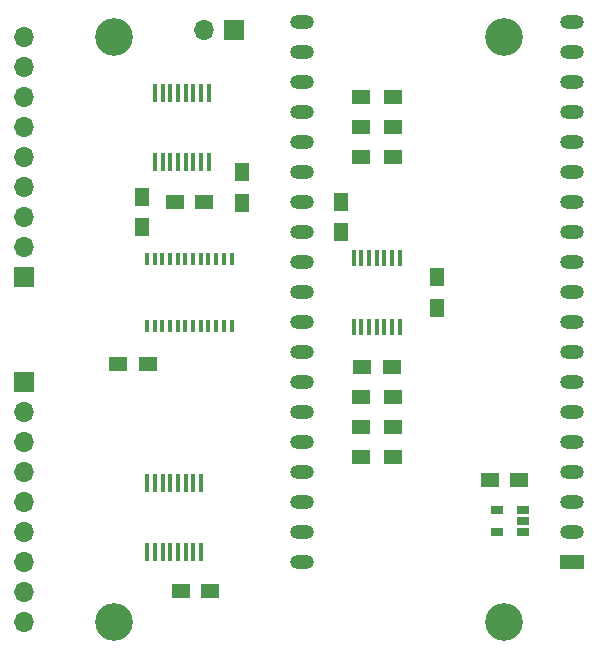
<source format=gbr>
%TF.GenerationSoftware,KiCad,Pcbnew,(5.1.9)-1*%
%TF.CreationDate,2021-06-26T09:10:03-04:00*%
%TF.ProjectId,AtariWiiWifi,41746172-6957-4696-9957-6966692e6b69,rev?*%
%TF.SameCoordinates,Original*%
%TF.FileFunction,Soldermask,Top*%
%TF.FilePolarity,Negative*%
%FSLAX46Y46*%
G04 Gerber Fmt 4.6, Leading zero omitted, Abs format (unit mm)*
G04 Created by KiCad (PCBNEW (5.1.9)-1) date 2021-06-26 09:10:03*
%MOMM*%
%LPD*%
G01*
G04 APERTURE LIST*
%ADD10O,2.000000X1.200000*%
%ADD11R,2.000000X1.200000*%
%ADD12R,1.700000X1.700000*%
%ADD13O,1.700000X1.700000*%
%ADD14C,3.200000*%
%ADD15R,1.250000X1.500000*%
%ADD16R,1.300000X1.500000*%
%ADD17R,1.500000X1.300000*%
%ADD18R,0.400000X1.100000*%
%ADD19R,0.450000X1.500000*%
%ADD20R,1.500000X1.250000*%
%ADD21R,1.060000X0.650000*%
%ADD22R,0.450000X1.450000*%
G04 APERTURE END LIST*
D10*
%TO.C,U4*%
X151130000Y-115570000D03*
D11*
X173990000Y-115570000D03*
D10*
X151130000Y-113030000D03*
X173990000Y-113030000D03*
X151130000Y-110490000D03*
X173990000Y-110490000D03*
X151130000Y-107950000D03*
X173990000Y-107950000D03*
X151130000Y-105410000D03*
X173990000Y-105410000D03*
X151130000Y-102870000D03*
X173990000Y-102870000D03*
X151130000Y-100330000D03*
X173990000Y-100330000D03*
X151130000Y-97790000D03*
X173990000Y-97790000D03*
X151130000Y-95250000D03*
X173990000Y-95250000D03*
X151130000Y-92710000D03*
X173990000Y-92710000D03*
X151130000Y-90170000D03*
X173990000Y-90170000D03*
X151130000Y-87630000D03*
X173990000Y-87630000D03*
X151130000Y-85090000D03*
X173990000Y-85090000D03*
X151130000Y-82550000D03*
X173990000Y-82550000D03*
X151130000Y-80010000D03*
X173990000Y-80010000D03*
X151130000Y-77470000D03*
X173990000Y-77470000D03*
X151130000Y-74930000D03*
X173990000Y-74930000D03*
X151130000Y-72390000D03*
X173990000Y-72390000D03*
X151130000Y-69850000D03*
X173990000Y-69850000D03*
%TD*%
D12*
%TO.C,J2A1*%
X127635000Y-91440000D03*
D13*
X127635000Y-88900000D03*
X127635000Y-86360000D03*
X127635000Y-83820000D03*
X127635000Y-81280000D03*
X127635000Y-78740000D03*
X127635000Y-76200000D03*
X127635000Y-73660000D03*
X127635000Y-71120000D03*
%TD*%
D14*
%TO.C,REF\u002A\u002A*%
X135255000Y-71120000D03*
%TD*%
%TO.C,REF\u002A\u002A*%
X168275000Y-71120000D03*
%TD*%
%TO.C,REF\u002A\u002A*%
X135255000Y-120650000D03*
%TD*%
%TO.C,REF\u002A\u002A*%
X168275000Y-120650000D03*
%TD*%
D15*
%TO.C,C1*%
X137642600Y-84627400D03*
X137642600Y-87127400D03*
%TD*%
D13*
%TO.C,J1A1*%
X127635000Y-120650000D03*
X127635000Y-118110000D03*
X127635000Y-115570000D03*
X127635000Y-113030000D03*
X127635000Y-110490000D03*
X127635000Y-107950000D03*
X127635000Y-105410000D03*
X127635000Y-102870000D03*
D12*
X127635000Y-100330000D03*
%TD*%
D16*
%TO.C,R1*%
X146050000Y-85170000D03*
X146050000Y-82470000D03*
%TD*%
D17*
%TO.C,R2*%
X156130000Y-76200000D03*
X158830000Y-76200000D03*
%TD*%
%TO.C,R3*%
X158830000Y-101600000D03*
X156130000Y-101600000D03*
%TD*%
%TO.C,R4*%
X156130000Y-104140000D03*
X158830000Y-104140000D03*
%TD*%
D18*
%TO.C,U1*%
X138030000Y-89860000D03*
X138680000Y-89860000D03*
X139330000Y-89860000D03*
X139980000Y-89860000D03*
X140630000Y-89860000D03*
X141280000Y-89860000D03*
X141930000Y-89860000D03*
X142580000Y-89860000D03*
X143230000Y-89860000D03*
X143880000Y-89860000D03*
X144530000Y-89860000D03*
X145180000Y-89860000D03*
X145180000Y-95560000D03*
X144530000Y-95560000D03*
X143880000Y-95560000D03*
X143230000Y-95560000D03*
X142580000Y-95560000D03*
X141930000Y-95560000D03*
X141280000Y-95560000D03*
X140630000Y-95560000D03*
X139980000Y-95560000D03*
X139330000Y-95560000D03*
X138680000Y-95560000D03*
X138030000Y-95560000D03*
%TD*%
D19*
%TO.C,U2*%
X138695000Y-81690000D03*
X139345000Y-81690000D03*
X139995000Y-81690000D03*
X140645000Y-81690000D03*
X141295000Y-81690000D03*
X141945000Y-81690000D03*
X142595000Y-81690000D03*
X143245000Y-81690000D03*
X143245000Y-75790000D03*
X142595000Y-75790000D03*
X141945000Y-75790000D03*
X141295000Y-75790000D03*
X140645000Y-75790000D03*
X139995000Y-75790000D03*
X139345000Y-75790000D03*
X138695000Y-75790000D03*
%TD*%
%TO.C,U3*%
X138060000Y-108810000D03*
X138710000Y-108810000D03*
X139360000Y-108810000D03*
X140010000Y-108810000D03*
X140660000Y-108810000D03*
X141310000Y-108810000D03*
X141960000Y-108810000D03*
X142610000Y-108810000D03*
X142610000Y-114710000D03*
X141960000Y-114710000D03*
X141310000Y-114710000D03*
X140660000Y-114710000D03*
X140010000Y-114710000D03*
X139360000Y-114710000D03*
X138710000Y-114710000D03*
X138060000Y-114710000D03*
%TD*%
D20*
%TO.C,C2*%
X140863000Y-117983000D03*
X143363000Y-117983000D03*
%TD*%
%TO.C,C3*%
X135605200Y-98729800D03*
X138105200Y-98729800D03*
%TD*%
%TO.C,C4*%
X140355000Y-85090000D03*
X142855000Y-85090000D03*
%TD*%
%TO.C,C5*%
X156230000Y-99060000D03*
X158730000Y-99060000D03*
%TD*%
%TO.C,C6*%
X169545000Y-108585000D03*
X167045000Y-108585000D03*
%TD*%
D13*
%TO.C,J4*%
X142875000Y-70485000D03*
D12*
X145415000Y-70485000D03*
%TD*%
D17*
%TO.C,R5*%
X156130000Y-78740000D03*
X158830000Y-78740000D03*
%TD*%
%TO.C,R6*%
X156130000Y-81280000D03*
X158830000Y-81280000D03*
%TD*%
%TO.C,R7*%
X158830000Y-106680000D03*
X156130000Y-106680000D03*
%TD*%
D16*
%TO.C,R8*%
X162560000Y-91360000D03*
X162560000Y-94060000D03*
%TD*%
D21*
%TO.C,U5*%
X167640000Y-113030000D03*
X167640000Y-111130000D03*
X169840000Y-111130000D03*
X169840000Y-112080000D03*
X169840000Y-113030000D03*
%TD*%
D22*
%TO.C,U6*%
X155530000Y-89760000D03*
X156180000Y-89760000D03*
X156830000Y-89760000D03*
X157480000Y-89760000D03*
X158130000Y-89760000D03*
X158780000Y-89760000D03*
X159430000Y-89760000D03*
X159430000Y-95660000D03*
X158780000Y-95660000D03*
X158130000Y-95660000D03*
X157480000Y-95660000D03*
X156830000Y-95660000D03*
X156180000Y-95660000D03*
X155530000Y-95660000D03*
%TD*%
D15*
%TO.C,C7*%
X154457400Y-85084600D03*
X154457400Y-87584600D03*
%TD*%
M02*

</source>
